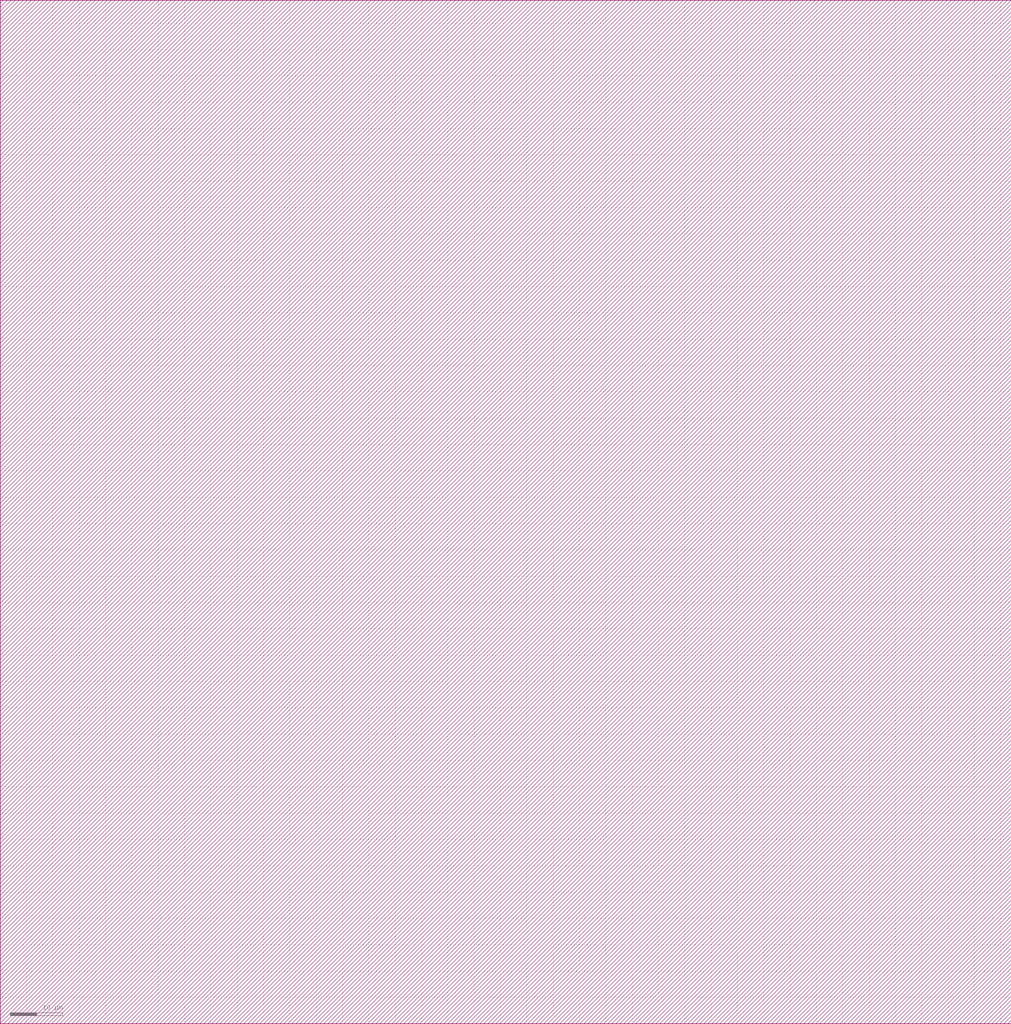
<source format=lef>
VERSION 5.6 ;

BUSBITCHARS "[]" ;

DIVIDERCHAR "/" ;

UNITS
    DATABASE MICRONS 1000 ;
END UNITS

MANUFACTURINGGRID 0.005000 ; 

CLEARANCEMEASURE EUCLIDEAN ; 

USEMINSPACING OBS ON ; 

SITE CoreSite
    CLASS CORE ;
    SIZE 0.600000 BY 0.300000 ;
END CoreSite

LAYER li1
   TYPE ROUTING ;
   DIRECTION VERTICAL ;
   MINWIDTH 0.300000 ;
   AREA 0.056250 ;
   WIDTH 0.300000 ;
   SPACINGTABLE
      PARALLELRUNLENGTH 0.0
      WIDTH 0.0 0.225000 ;
   PITCH 0.600000 0.600000 ;
END li1

LAYER mcon
    TYPE CUT ;
    SPACING 0.225000 ;
    WIDTH 0.300000 ;
    ENCLOSURE ABOVE 0.075000 0.075000 ;
    ENCLOSURE BELOW 0.000000 0.000000 ;
END mcon

LAYER met1
   TYPE ROUTING ;
   DIRECTION HORIZONTAL ;
   MINWIDTH 0.150000 ;
   AREA 0.084375 ;
   WIDTH 0.150000 ;
   SPACINGTABLE
      PARALLELRUNLENGTH 0.0
      WIDTH 0.0 0.150000 ;
   PITCH 0.300000 0.300000 ;
END met1

LAYER v1
    TYPE CUT ;
    SPACING 0.075000 ;
    WIDTH 0.300000 ;
    ENCLOSURE ABOVE 0.075000 0.075000 ;
    ENCLOSURE BELOW 0.075000 0.075000 ;
END v1

LAYER met2
   TYPE ROUTING ;
   DIRECTION VERTICAL ;
   MINWIDTH 0.150000 ;
   AREA 0.073125 ;
   WIDTH 0.150000 ;
   SPACINGTABLE
      PARALLELRUNLENGTH 0.0
      WIDTH 0.0 0.150000 ;
   PITCH 0.300000 0.300000 ;
END met2

LAYER v2
    TYPE CUT ;
    SPACING 0.150000 ;
    WIDTH 0.300000 ;
    ENCLOSURE ABOVE 0.075000 0.075000 ;
    ENCLOSURE BELOW 0.075000 0.000000 ;
END v2

LAYER met3
   TYPE ROUTING ;
   DIRECTION HORIZONTAL ;
   MINWIDTH 0.300000 ;
   AREA 0.241875 ;
   WIDTH 0.300000 ;
   SPACINGTABLE
      PARALLELRUNLENGTH 0.0
      WIDTH 0.0 0.300000 ;
   PITCH 0.600000 0.600000 ;
END met3

LAYER v3
    TYPE CUT ;
    SPACING 0.150000 ;
    WIDTH 0.450000 ;
    ENCLOSURE ABOVE 0.075000 0.075000 ;
    ENCLOSURE BELOW 0.075000 0.000000 ;
END v3

LAYER met4
   TYPE ROUTING ;
   DIRECTION VERTICAL ;
   MINWIDTH 0.300000 ;
   AREA 0.241875 ;
   WIDTH 0.300000 ;
   SPACINGTABLE
      PARALLELRUNLENGTH 0.0
      WIDTH 0.0 0.300000 ;
   PITCH 0.600000 0.600000 ;
END met4

LAYER v4
    TYPE CUT ;
    SPACING 0.450000 ;
    WIDTH 1.200000 ;
    ENCLOSURE ABOVE 0.150000 0.150000 ;
    ENCLOSURE BELOW 0.000000 0.000000 ;
END v4

LAYER met5
   TYPE ROUTING ;
   DIRECTION HORIZONTAL ;
   MINWIDTH 1.650000 ;
   AREA 4.005000 ;
   WIDTH 1.650000 ;
   SPACINGTABLE
      PARALLELRUNLENGTH 0.0
      WIDTH 0.0 1.650000 ;
   PITCH 3.300000 3.300000 ;
END met5

LAYER OVERLAP
   TYPE OVERLAP ;
END OVERLAP

VIA mcon_C DEFAULT
   LAYER li1 ;
     RECT -0.150000 -0.150000 0.150000 0.150000 ;
   LAYER mcon ;
     RECT -0.150000 -0.150000 0.150000 0.150000 ;
   LAYER met1 ;
     RECT -0.225000 -0.225000 0.225000 0.225000 ;
END mcon_C

VIA v1_C DEFAULT
   LAYER met1 ;
     RECT -0.225000 -0.225000 0.225000 0.225000 ;
   LAYER v1 ;
     RECT -0.150000 -0.150000 0.150000 0.150000 ;
   LAYER met2 ;
     RECT -0.225000 -0.225000 0.225000 0.225000 ;
END v1_C

VIA v2_C DEFAULT
   LAYER met2 ;
     RECT -0.150000 -0.225000 0.150000 0.225000 ;
   LAYER v2 ;
     RECT -0.150000 -0.150000 0.150000 0.150000 ;
   LAYER met3 ;
     RECT -0.225000 -0.225000 0.225000 0.225000 ;
END v2_C

VIA v2_Ch
   LAYER met2 ;
     RECT -0.225000 -0.150000 0.225000 0.150000 ;
   LAYER v2 ;
     RECT -0.150000 -0.150000 0.150000 0.150000 ;
   LAYER met3 ;
     RECT -0.225000 -0.225000 0.225000 0.225000 ;
END v2_Ch

VIA v2_Cv
   LAYER met2 ;
     RECT -0.150000 -0.225000 0.150000 0.225000 ;
   LAYER v2 ;
     RECT -0.150000 -0.150000 0.150000 0.150000 ;
   LAYER met3 ;
     RECT -0.225000 -0.225000 0.225000 0.225000 ;
END v2_Cv

VIA v3_C DEFAULT
   LAYER met3 ;
     RECT -0.300000 -0.225000 0.300000 0.225000 ;
   LAYER v3 ;
     RECT -0.225000 -0.225000 0.225000 0.225000 ;
   LAYER met4 ;
     RECT -0.300000 -0.300000 0.300000 0.300000 ;
END v3_C

VIA v3_Ch
   LAYER met3 ;
     RECT -0.300000 -0.225000 0.300000 0.225000 ;
   LAYER v3 ;
     RECT -0.225000 -0.225000 0.225000 0.225000 ;
   LAYER met4 ;
     RECT -0.300000 -0.300000 0.300000 0.300000 ;
END v3_Ch

VIA v3_Cv
   LAYER met3 ;
     RECT -0.300000 -0.225000 0.300000 0.225000 ;
   LAYER v3 ;
     RECT -0.225000 -0.225000 0.225000 0.225000 ;
   LAYER met4 ;
     RECT -0.300000 -0.300000 0.300000 0.300000 ;
END v3_Cv

VIA v4_C DEFAULT
   LAYER met4 ;
     RECT -0.600000 -0.600000 0.600000 0.600000 ;
   LAYER v4 ;
     RECT -0.600000 -0.600000 0.600000 0.600000 ;
   LAYER met5 ;
     RECT -0.750000 -0.750000 0.750000 0.750000 ;
END v4_C

MACRO _0_0std_0_0cells_0_0NOR2X1
    CLASS CORE ;
    FOREIGN _0_0std_0_0cells_0_0NOR2X1 0.000000 0.000000 ;
    ORIGIN 0.000000 0.000000 ;
    SIZE 3.600000 BY 3.900000 ;
    SYMMETRY X Y ;
    SITE CoreSite ;
    PIN A
        DIRECTION INPUT ;
        USE SIGNAL ;
        PORT
        LAYER li1 ;
        RECT 1.125000 3.375000 1.500000 3.525000 ;
        RECT 1.125000 3.150000 1.200000 3.375000 ;
        RECT 1.125000 3.075000 1.500000 3.150000 ;
        RECT 1.200000 3.150000 1.425000 3.375000 ;
        RECT 1.425000 3.150000 1.500000 3.375000 ;
        LAYER mcon ;
        RECT 1.200000 3.150000 1.425000 3.375000 ;
        LAYER met1 ;
        RECT 1.125000 3.375000 1.500000 3.450000 ;
        RECT 1.125000 3.150000 1.200000 3.375000 ;
        RECT 1.125000 3.075000 1.500000 3.150000 ;
        RECT 1.200000 3.150000 1.425000 3.375000 ;
        RECT 1.425000 3.150000 1.500000 3.375000 ;
        END
        ANTENNAGATEAREA 0.236250 ;
    END A
    PIN B
        DIRECTION INPUT ;
        USE SIGNAL ;
        PORT
        LAYER li1 ;
        RECT 1.950000 3.375000 2.325000 3.525000 ;
        RECT 1.950000 3.150000 2.025000 3.375000 ;
        RECT 1.950000 3.075000 2.325000 3.150000 ;
        RECT 2.025000 3.150000 2.250000 3.375000 ;
        RECT 2.250000 3.150000 2.325000 3.375000 ;
        LAYER mcon ;
        RECT 2.025000 3.150000 2.250000 3.375000 ;
        LAYER met1 ;
        RECT 1.950000 3.375000 2.325000 3.450000 ;
        RECT 1.950000 3.150000 2.025000 3.375000 ;
        RECT 1.950000 3.075000 2.325000 3.150000 ;
        RECT 2.025000 3.150000 2.250000 3.375000 ;
        RECT 2.250000 3.150000 2.325000 3.375000 ;
        END
        ANTENNAGATEAREA 0.236250 ;
    END B
    PIN Y
        DIRECTION OUTPUT ;
        USE SIGNAL ;
        PORT
        LAYER li1 ;
        RECT 1.125000 0.450000 1.500000 0.525000 ;
        RECT 1.125000 0.225000 1.200000 0.450000 ;
        RECT 1.125000 0.150000 2.025000 0.225000 ;
        RECT 1.200000 0.225000 1.425000 0.450000 ;
        RECT 1.425000 0.375000 1.500000 0.450000 ;
        RECT 1.425000 0.225000 2.025000 0.375000 ;
        RECT 1.800000 1.350000 2.550000 1.575000 ;
        RECT 1.800000 1.050000 2.025000 1.350000 ;
        RECT 1.800000 0.375000 2.025000 0.825000 ;
        RECT 1.800000 0.825000 2.025000 1.050000 ;
        RECT 2.325000 2.400000 2.550000 2.475000 ;
        RECT 2.325000 2.175000 2.550000 2.400000 ;
        RECT 2.325000 1.575000 2.550000 2.175000 ;
        LAYER mcon ;
        RECT 1.200000 0.225000 1.425000 0.450000 ;
        LAYER met1 ;
        RECT 1.125000 0.450000 1.500000 0.525000 ;
        RECT 1.125000 0.225000 1.200000 0.450000 ;
        RECT 1.125000 0.150000 1.500000 0.225000 ;
        RECT 1.200000 0.225000 1.425000 0.450000 ;
        RECT 1.425000 0.225000 1.500000 0.450000 ;
        END
        ANTENNADIFFAREA 0.590625 ;
    END Y
    PIN Vdd
        DIRECTION INPUT ;
        USE POWER ;
        PORT
        LAYER li1 ;
        RECT 0.525000 3.075000 0.900000 3.525000 ;
        RECT 0.525000 2.850000 0.600000 3.075000 ;
        RECT 0.525000 2.400000 0.900000 2.850000 ;
        RECT 0.525000 2.175000 1.275000 2.400000 ;
        RECT 0.525000 0.150000 0.900000 2.175000 ;
        RECT 0.600000 2.850000 0.825000 3.075000 ;
        RECT 1.275000 2.175000 1.500000 2.400000 ;
        RECT 0.825000 2.850000 0.900000 3.075000 ;
        RECT 1.500000 2.175000 1.575000 2.400000 ;
        LAYER mcon ;
        RECT 0.600000 2.850000 0.825000 3.075000 ;
        LAYER met1 ;
        RECT 0.525000 3.075000 0.900000 3.150000 ;
        RECT 0.525000 2.850000 0.600000 3.075000 ;
        RECT 0.525000 2.775000 0.900000 2.850000 ;
        RECT 0.600000 2.850000 0.825000 3.075000 ;
        RECT 0.825000 2.850000 0.900000 3.075000 ;
        END
        ANTENNADIFFAREA 0.421875 ;
    END Vdd
    PIN GND
        DIRECTION INPUT ;
        USE GROUND ;
        PORT
        LAYER li1 ;
        RECT 1.200000 1.050000 1.575000 1.125000 ;
        RECT 1.200000 0.825000 1.275000 1.050000 ;
        RECT 1.200000 0.750000 1.575000 0.825000 ;
        RECT 1.275000 0.825000 1.500000 1.050000 ;
        RECT 2.325000 0.150000 3.300000 0.375000 ;
        RECT 1.500000 0.825000 1.575000 1.050000 ;
        RECT 2.925000 0.375000 3.300000 0.825000 ;
        RECT 2.250000 0.825000 2.325000 1.050000 ;
        RECT 2.325000 0.825000 2.550000 1.050000 ;
        RECT 2.550000 0.825000 3.000000 1.050000 ;
        RECT 2.625000 3.225000 3.300000 3.525000 ;
        RECT 3.000000 0.825000 3.225000 1.050000 ;
        RECT 2.925000 1.050000 3.300000 3.225000 ;
        RECT 3.225000 0.825000 3.300000 1.050000 ;
        LAYER mcon ;
        RECT 1.275000 0.825000 1.500000 1.050000 ;
        RECT 3.000000 0.825000 3.225000 1.050000 ;
        LAYER met1 ;
        RECT 1.200000 1.050000 3.300000 1.125000 ;
        RECT 1.200000 0.825000 1.275000 1.050000 ;
        RECT 1.200000 0.750000 3.300000 0.825000 ;
        RECT 1.275000 0.825000 1.500000 1.050000 ;
        RECT 1.500000 0.825000 3.000000 1.050000 ;
        RECT 3.000000 0.825000 3.225000 1.050000 ;
        RECT 3.225000 0.825000 3.300000 1.050000 ;
        END
        ANTENNADIFFAREA 0.337500 ;
    END GND
END _0_0std_0_0cells_0_0NOR2X1

MACRO welltap_svt
    CLASS CORE WELLTAP ;
    FOREIGN welltap_svt 0.000000 0.000000 ;
    ORIGIN 0.000000 0.000000 ;
    SIZE 1.200000 BY 2.100000 ;
    SYMMETRY X Y ;
    SITE CoreSite ;
    PIN Vdd
        DIRECTION INPUT ;
        USE POWER ;
        PORT
        LAYER li1 ;
        RECT 0.600000 1.500000 0.900000 1.800000 ;
        END
    END Vdd
    PIN GND
        DIRECTION INPUT ;
        USE GROUND ;
        PORT
        LAYER li1 ;
        RECT 0.600000 0.300000 0.900000 0.600000 ;
        END
    END GND
END welltap_svt

MACRO circuitppnp
   CLASS CORE ;
   FOREIGN circuitppnp 0.000000 0.000000 ;
   ORIGIN 0.000000 0.000000 ; 
   SIZE 192.000000 BY 194.400000 ; 
   SYMMETRY X Y ;
   SITE CoreSite ;
END circuitppnp

MACRO circuitwell
   CLASS CORE ;
   FOREIGN circuitwell 0.000000 0.000000 ;
   ORIGIN 0.000000 0.000000 ; 
   SIZE 192.000000 BY 194.400000 ; 
   SYMMETRY X Y ;
   SITE CoreSite ;
END circuitwell


</source>
